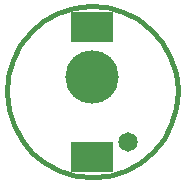
<source format=gbs>
G04 (created by PCBNEW-RS274X (2011-05-25)-stable) date Sat 27 Oct 2012 20:40:34 BST*
G01*
G70*
G90*
%MOIN*%
G04 Gerber Fmt 3.4, Leading zero omitted, Abs format*
%FSLAX34Y34*%
G04 APERTURE LIST*
%ADD10C,0.006000*%
%ADD11C,0.015000*%
%ADD12R,0.142000X0.102700*%
%ADD13C,0.177500*%
%ADD14C,0.065000*%
G04 APERTURE END LIST*
G54D10*
G54D11*
X42224Y-39370D02*
X42169Y-39924D01*
X42008Y-40457D01*
X41747Y-40949D01*
X41395Y-41381D01*
X40965Y-41736D01*
X40475Y-42000D01*
X39943Y-42165D01*
X39389Y-42223D01*
X38836Y-42173D01*
X38301Y-42016D01*
X37808Y-41758D01*
X37374Y-41409D01*
X37016Y-40982D01*
X36747Y-40494D01*
X36579Y-39963D01*
X36517Y-39409D01*
X36563Y-38855D01*
X36717Y-38320D01*
X36972Y-37824D01*
X37318Y-37388D01*
X37742Y-37027D01*
X38228Y-36755D01*
X38758Y-36583D01*
X39311Y-36517D01*
X39865Y-36560D01*
X40402Y-36710D01*
X40899Y-36961D01*
X41338Y-37304D01*
X41702Y-37725D01*
X41977Y-38210D01*
X42153Y-38738D01*
X42222Y-39291D01*
X42224Y-39370D01*
G54D12*
X39370Y-37205D03*
X39370Y-41535D03*
G54D13*
X39370Y-38878D03*
G54D14*
X40551Y-41043D03*
M02*

</source>
